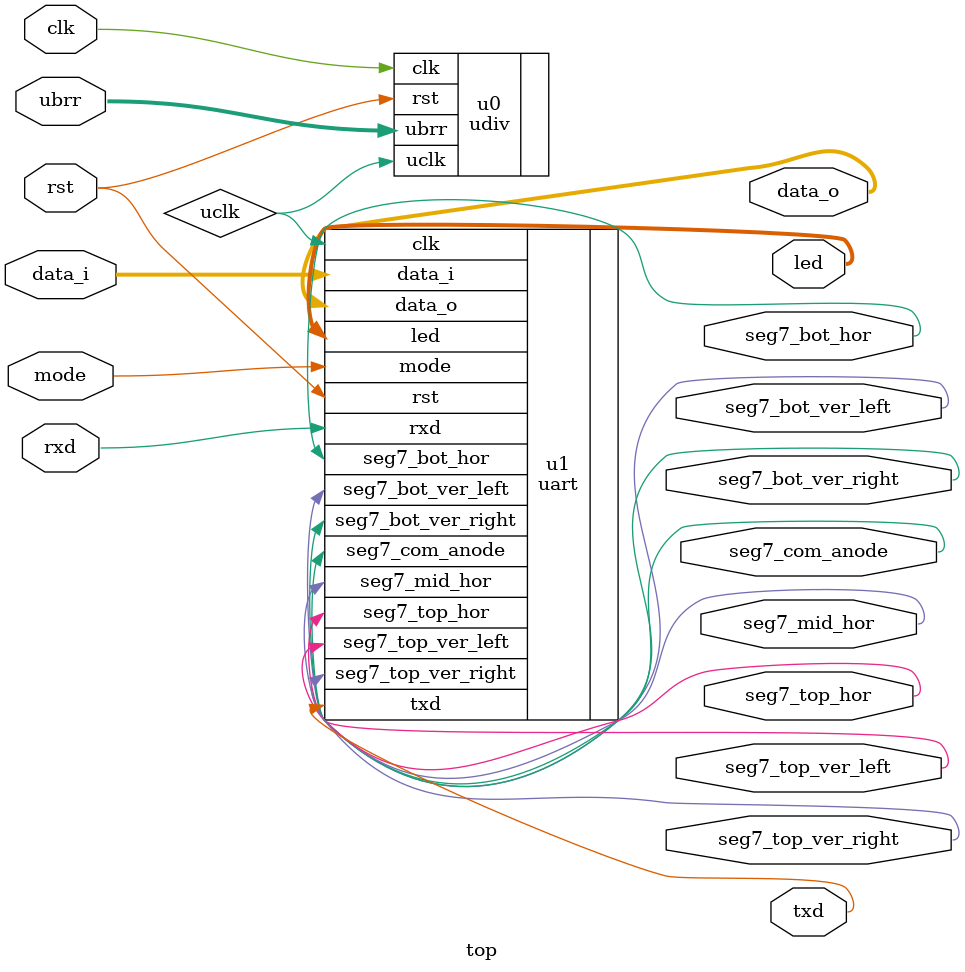
<source format=v>
module top(clk,
	   rst,
	   ubrr,
	   mode,
	   data_i,
	   data_o,
	   rxd,
	   txd,
	   led,
	   seg7_com_anode,
	   seg7_top_hor,
	   seg7_mid_hor,
	   seg7_bot_hor,
	   seg7_top_ver_left,
	   seg7_top_ver_right,
	   seg7_bot_ver_left,
	   seg7_bot_ver_right);

input clk;			// clock, 3.6864MHz = 3_686_400
input rst;			// reset, low active
input [11:0] ubrr;
input mode;
input [7:0] data_i;
input rxd;

output [7:0] data_o;
output txd;
output [7:0] led;
output seg7_com_anode;
output seg7_top_hor;
output seg7_mid_hor;
output seg7_bot_hor;
output seg7_top_ver_left;
output seg7_top_ver_right;
output seg7_bot_ver_left;
output seg7_bot_ver_right;

wire uclk;

udiv u0(.clk(clk),
	.rst(rst),
	.ubrr(ubrr),
	.uclk(uclk));
uart u1(.clk(uclk),
	.rst(rst),
	.mode(mode),
	.data_i(data_i),
	.data_o(data_o),
	.txd(txd),
	.rxd(rxd),
	.led(led),
	.seg7_com_anode(seg7_com_anode),
	.seg7_top_hor(seg7_top_hor),
	.seg7_mid_hor(seg7_mid_hor),
	.seg7_bot_hor(seg7_bot_hor),
	.seg7_top_ver_left(seg7_top_ver_left),
	.seg7_top_ver_right(seg7_top_ver_right),
	.seg7_bot_ver_left(seg7_bot_ver_left),
	.seg7_bot_ver_right(seg7_bot_ver_right));

endmodule

</source>
